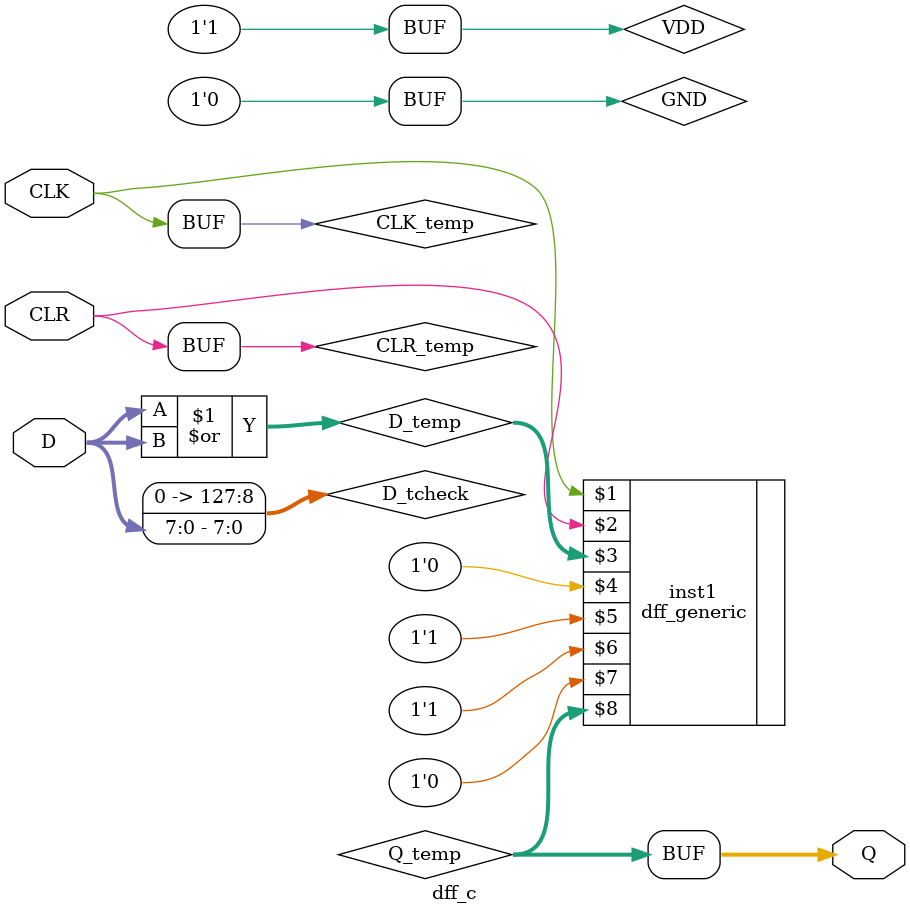
<source format=v>
module dff_c(CLK,CLR,D,Q);
  parameter N = 8;
  parameter DPFLAG = 1;
  parameter GROUP = "dpath1";
  parameter
        d_CLK_r = 0,
        d_CLK_f = 0,
        d_CLR_r = 0,
        d_CLR_f = 0,
        d_D = 0,
        d_Q = 1;
  input  CLK;
  input  CLR;
  input [(N - 1):0] D;
  output [(N - 1):0] Q;
  wire  CLK_temp;
  wire  CLR_temp;
  wire [(N - 1):0] D_temp;
  wire [(N - 1):0] Q_temp;
  supply0  GND;
  supply1  VDD;
  assign #(d_CLK_r,d_CLK_f) CLK_temp = CLK;
  assign #(d_CLR_r,d_CLR_f) CLR_temp = CLR;
  assign #(d_D) D_temp = D|D;
  assign #(d_Q) Q = Q_temp;
  dff_generic #(N) inst1 (CLK_temp,CLR_temp,D_temp,GND,VDD,VDD,GND,Q_temp);
  wire [127:0] D_tcheck = D;
  specify
    specparam
      t_hold_D = 0,
      t_setup_D = 0,
      t_width_CLR = 0;
    $hold(posedge CLK , D_tcheck , t_hold_D);
    $setup(D_tcheck , posedge CLK , t_setup_D);
    $width(negedge CLR , t_width_CLR);
  endspecify
endmodule

</source>
